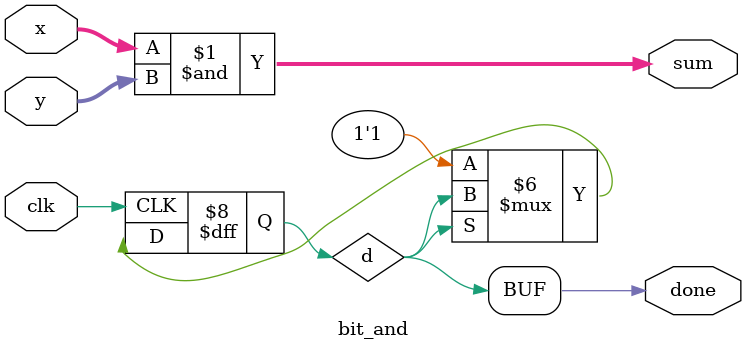
<source format=v>
module bit_and(
 input [7:0]x,
 input [7:0]y,
 input clk,
 output done,
 output [7:0]sum
);
 
reg d=1'b0;
 assign done=d;
 assign sum = x&y;
 always @(posedge clk) begin
  if(~done) begin
   
   d=1'b1;
  end
 end
  
endmodule

</source>
